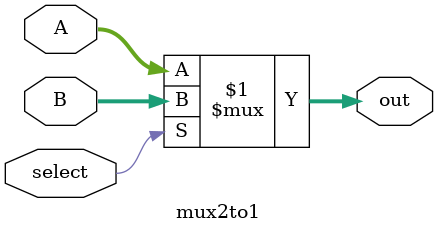
<source format=v>
`timescale 1ns / 1ps
module mux2to1(
		input [31:0] A,
		input [31:0] B,
		input select,
		output [31:0] out
    );
	assign out = select? B:A;

endmodule

</source>
